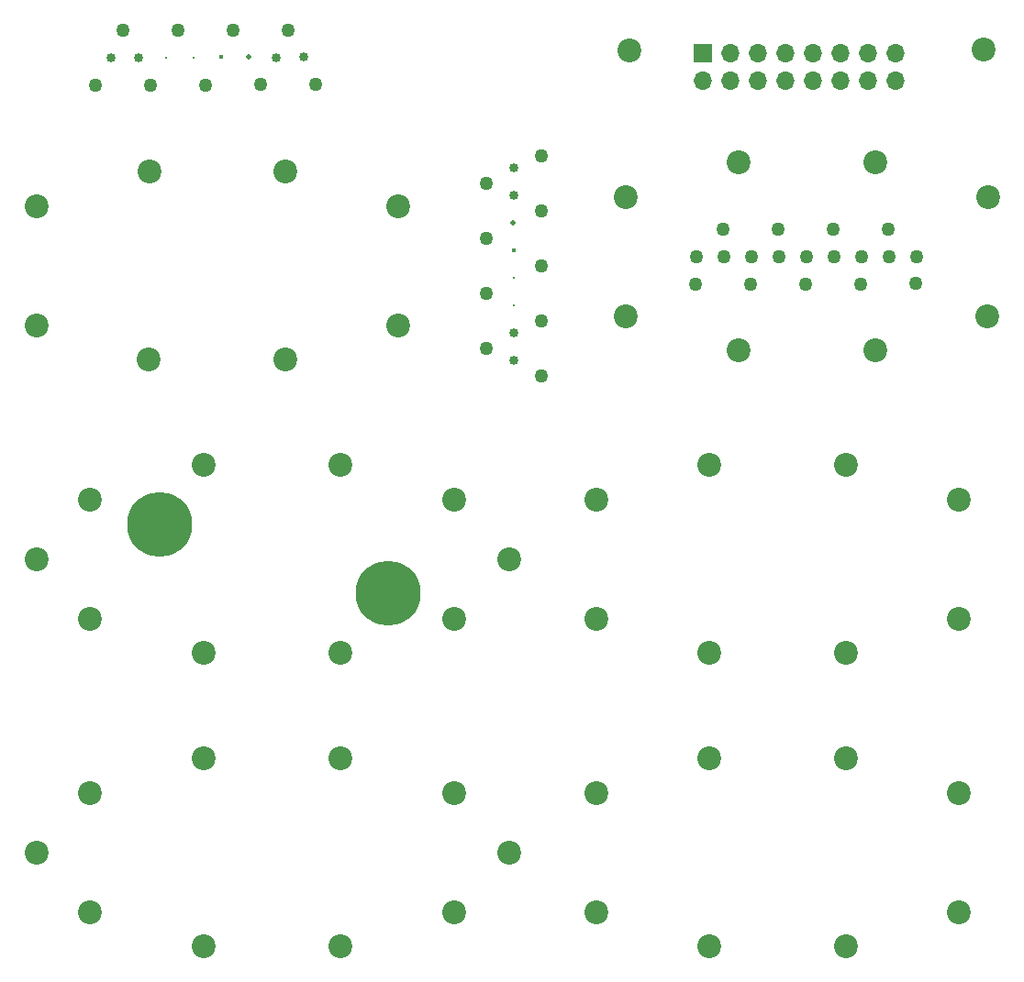
<source format=gts>
%MOIN*%
%OFA0B0*%
%FSLAX46Y46*%
%IPPOS*%
%LPD*%
%ADD10C,0.086614173228346469*%
%ADD11O,0.066929133858267723X0.066929133858267723*%
%ADD12R,0.066929133858267723X0.066929133858267723*%
%ADD13C,0.05*%
%ADD24C,0.086614173228346469*%
%ADD25C,0.086614173228346469*%
%ADD26C,0.086614173228346469*%
%ADD27C,0.05*%
%ADD28C,0.01968503937007874*%
%ADD29C,0.015748031496062995*%
%ADD30C,0.011811023622047244*%
%ADD31C,0.00984251968503937*%
%ADD32C,0.033464566929133861*%
%ADD33C,0.05*%
%ADD34C,0.01968503937007874*%
%ADD35C,0.015748031496062995*%
%ADD36C,0.011811023622047244*%
%ADD37C,0.00984251968503937*%
%ADD38C,0.033464566929133861*%
%ADD39C,0.086614173228346469*%
%ADD40C,0.086614173228346469*%
%ADD41C,0.23622047244094491*%
G01*
D10*
X-0002519685Y0005157480D02*
X0002273314Y0003408480D03*
X0003560314Y0003410480D03*
D11*
X0003240314Y0003297480D03*
X0003240314Y0003397480D03*
X0003140314Y0003297480D03*
X0003140314Y0003397480D03*
X0003040314Y0003297480D03*
X0003040314Y0003397480D03*
X0002940314Y0003297480D03*
X0002940314Y0003397480D03*
X0002840314Y0003297480D03*
X0002840314Y0003397480D03*
X0002740314Y0003297480D03*
X0002740314Y0003397480D03*
X0002640314Y0003297480D03*
X0002640314Y0003397480D03*
X0002540314Y0003297480D03*
D12*
X0002540314Y0003397480D03*
D13*
X0002513314Y0002559480D03*
X0002518314Y0002659480D03*
D10*
X0002261314Y0002875980D03*
X0002670314Y0002316980D03*
X0002261314Y0002442980D03*
X0003575814Y0002442980D03*
X0003576314Y0002875980D03*
X0002670814Y0003001980D03*
X0003166814Y0002316980D03*
X0003166814Y0003001980D03*
D13*
X0002718814Y0002659480D03*
X0003013314Y0002759480D03*
X0002613314Y0002759480D03*
X0002818814Y0002659480D03*
X0002713314Y0002559480D03*
X0002618814Y0002659480D03*
X0003318814Y0002659480D03*
X0002913314Y0002559480D03*
X0003113314Y0002559480D03*
X0003313314Y0002560480D03*
X0003118814Y0002659480D03*
X0002918814Y0002659480D03*
X0003218314Y0002659480D03*
X0003213814Y0002759480D03*
X0003018314Y0002659480D03*
X0002813314Y0002759480D03*
G04 next file*
G04 #@! TF.GenerationSoftware,KiCad,Pcbnew,(5.1.12)-1*
G04 #@! TF.CreationDate,2022-03-26T22:12:51+08:00*
G04 #@! TF.ProjectId,Nozzle,4e6f7a7a-6c65-42e6-9b69-6361645f7063,0.5*
G04 #@! TF.SameCoordinates,Original*
G04 #@! TF.FileFunction,Soldermask,Top*
G04 #@! TF.FilePolarity,Negative*
G04 Gerber Fmt 4.6, Leading zero omitted, Abs format (unit mm)*
G04 Created by KiCad (PCBNEW (5.1.12)-1) date 2022-03-26 22:12:51*
G01*
G04 APERTURE LIST*
G04 APERTURE END LIST*
D24*
X-0002614519Y0004115220D02*
X0002154980Y0000275720D03*
X0002154980Y0000708720D03*
X0003060480Y0000149720D03*
X0003469980Y0000708720D03*
X0002564480Y0000149720D03*
X0003469480Y0000275720D03*
X0003059980Y0000834720D03*
X0002564980Y0000834720D03*
G04 next file*
G04 #@! TF.GenerationSoftware,KiCad,Pcbnew,(5.1.12)-1*
G04 #@! TF.CreationDate,2022-03-26T22:12:51+08:00*
G04 #@! TF.ProjectId,Nozzle,4e6f7a7a-6c65-42e6-9b69-6361645f7063,0.5*
G04 #@! TF.SameCoordinates,Original*
G04 #@! TF.FileFunction,Soldermask,Top*
G04 #@! TF.FilePolarity,Negative*
G04 Gerber Fmt 4.6, Leading zero omitted, Abs format (unit mm)*
G04 Created by KiCad (PCBNEW (5.1.12)-1) date 2022-03-26 22:12:51*
G01*
G04 APERTURE LIST*
G04 APERTURE END LIST*
D25*
X-0004649984Y0006249080D02*
X0000119515Y0002409580D03*
X0000119515Y0002842580D03*
X0001025015Y0002283580D03*
X0001434515Y0002842580D03*
X0000529015Y0002283580D03*
X0001434015Y0002409580D03*
X0001024515Y0002968580D03*
X0000529515Y0002968580D03*
G04 next file*
G04 #@! TF.GenerationSoftware,KiCad,Pcbnew,(5.1.12)-1*
G04 #@! TF.CreationDate,2022-03-26T22:12:51+08:00*
G04 #@! TF.ProjectId,Nozzle,4e6f7a7a-6c65-42e6-9b69-6361645f7063,0.5*
G04 #@! TF.SameCoordinates,Original*
G04 #@! TF.FileFunction,Soldermask,Top*
G04 #@! TF.FilePolarity,Negative*
G04 Gerber Fmt 4.6, Leading zero omitted, Abs format (unit mm)*
G04 Created by KiCad (PCBNEW (5.1.12)-1) date 2022-03-26 22:12:51*
G01*
G04 APERTURE LIST*
G04 APERTURE END LIST*
D26*
X-0002614519Y0005182150D02*
X0002154980Y0001342650D03*
X0002154980Y0001775650D03*
X0003060480Y0001216650D03*
X0003469980Y0001775650D03*
X0002564480Y0001216650D03*
X0003469480Y0001342650D03*
X0003059980Y0001901650D03*
X0002564980Y0001901650D03*
G04 next file*
G04 #@! TF.GenerationSoftware,KiCad,Pcbnew,(5.1.12)-1*
G04 #@! TF.CreationDate,2022-03-26T22:19:29+08:00*
G04 #@! TF.ProjectId,Nozzle,4e6f7a7a-6c65-42e6-9b69-6361645f7063,0.5*
G04 #@! TF.SameCoordinates,Original*
G04 #@! TF.FileFunction,Soldermask,Top*
G04 #@! TF.FilePolarity,Negative*
G04 Gerber Fmt 4.6, Leading zero omitted, Abs format (unit mm)*
G04 Created by KiCad (PCBNEW (5.1.12)-1) date 2022-03-26 22:19:29*
G01*
G04 APERTURE LIST*
G04 APERTURE END LIST*
D27*
X-0004724409Y0004724409D02*
X0001135590Y0003283409D03*
X0000535590Y0003282909D03*
X0000735590Y0003282909D03*
X0000935590Y0003283409D03*
X0000335590Y0003282909D03*
X0000435590Y0003482909D03*
X0000635590Y0003482909D03*
X0001035590Y0003482909D03*
X0000835590Y0003482909D03*
D28*
X0000891590Y0003384409D03*
D29*
X0000791590Y0003383409D03*
D30*
X0000691590Y0003382909D03*
D31*
X0000591590Y0003382909D03*
D32*
X0001090590Y0003383409D03*
X0000490590Y0003382909D03*
X0000990590Y0003382909D03*
X0000390590Y0003382909D03*
G04 next file*
G04 #@! TF.GenerationSoftware,KiCad,Pcbnew,(5.1.12)-1*
G04 #@! TF.CreationDate,2022-03-26T22:19:29+08:00*
G04 #@! TF.ProjectId,Nozzle,4e6f7a7a-6c65-42e6-9b69-6361645f7063,0.5*
G04 #@! TF.SameCoordinates,Original*
G04 #@! TF.FileFunction,Soldermask,Top*
G04 #@! TF.FilePolarity,Negative*
G04 Gerber Fmt 4.6, Leading zero omitted, Abs format (unit mm)*
G04 Created by KiCad (PCBNEW (5.1.12)-1) date 2022-03-26 22:19:29*
G01*
G04 APERTURE LIST*
G04 APERTURE END LIST*
D33*
X0000511811Y-0002834645D02*
X0001952811Y0003025354D03*
X0001953311Y0002425354D03*
X0001953311Y0002625354D03*
X0001952811Y0002825354D03*
X0001953311Y0002225354D03*
X0001753311Y0002325354D03*
X0001753311Y0002525354D03*
X0001753311Y0002925354D03*
X0001753311Y0002725354D03*
D34*
X0001851811Y0002781354D03*
D35*
X0001852811Y0002681354D03*
D36*
X0001853311Y0002581354D03*
D37*
X0001853311Y0002481354D03*
D38*
X0001852811Y0002980354D03*
X0001853311Y0002380354D03*
X0001853311Y0002880354D03*
X0001853311Y0002280354D03*
G04 next file*
G04 #@! TF.GenerationSoftware,KiCad,Pcbnew,(5.1.12)-1*
G04 #@! TF.CreationDate,2022-03-26T22:23:47+08:00*
G04 #@! TF.ProjectId,Nozzle,4e6f7a7a-6c65-42e6-9b69-6361645f7063,0.5*
G04 #@! TF.SameCoordinates,Original*
G04 #@! TF.FileFunction,Soldermask,Top*
G04 #@! TF.FilePolarity,Negative*
G04 Gerber Fmt 4.6, Leading zero omitted, Abs format (unit mm)*
G04 Created by KiCad (PCBNEW (5.1.12)-1) date 2022-03-26 22:23:47*
G01*
G04 APERTURE LIST*
G04 APERTURE END LIST*
D39*
X-0004461847Y0005193189D02*
X0001836652Y0000491189D03*
X0000119652Y0000491189D03*
X0001224652Y0000149689D03*
X0000315152Y0000275689D03*
X0001637652Y0000708689D03*
X0001224652Y0000834689D03*
X0000315152Y0000708689D03*
X0000728652Y0000834689D03*
X0000728652Y0000149689D03*
X0001637652Y0000275689D03*
G04 next file*
G04 #@! TF.GenerationSoftware,KiCad,Pcbnew,(5.1.12)-1*
G04 #@! TF.CreationDate,2022-03-26T22:12:19+08:00*
G04 #@! TF.ProjectId,Nozzle,4e6f7a7a-6c65-42e6-9b69-6361645f7063,0.5*
G04 #@! TF.SameCoordinates,Original*
G04 #@! TF.FileFunction,Soldermask,Top*
G04 #@! TF.FilePolarity,Negative*
G04 Gerber Fmt 4.6, Leading zero omitted, Abs format (unit mm)*
G04 Created by KiCad (PCBNEW (5.1.12)-1) date 2022-03-26 22:12:19*
G01*
G04 APERTURE LIST*
G04 APERTURE END LIST*
D40*
X-0004461847Y0006260119D02*
X0001836652Y0001558119D03*
X0000119652Y0001558119D03*
D41*
X0001399152Y0001434119D03*
X0000567152Y0001685119D03*
D40*
X0001224652Y0001216619D03*
X0000315152Y0001342619D03*
X0001637652Y0001775619D03*
X0001224652Y0001901619D03*
X0000315152Y0001775619D03*
X0000728652Y0001901619D03*
X0000728652Y0001216619D03*
X0001637652Y0001342619D03*
M02*
</source>
